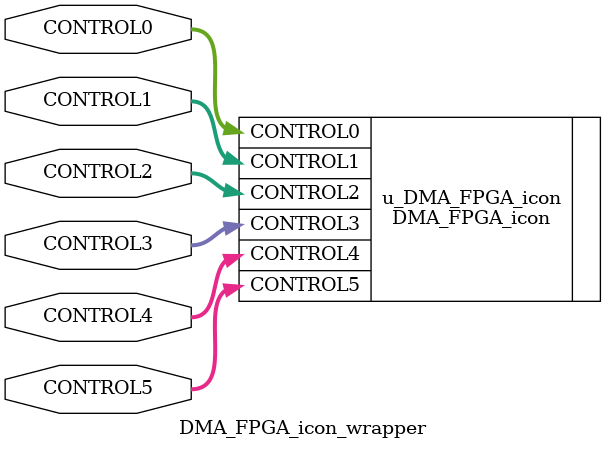
<source format=v>
`timescale 1ns / 1ps
module DMA_FPGA_icon_wrapper(
		inout [35:0] CONTROL0,
		inout [35:0] CONTROL1,
		inout [35:0] CONTROL2,
		inout [35:0] CONTROL3,
		inout [35:0] CONTROL4,
		inout [35:0] CONTROL5
    );

//`define SIMULATION_ONLY_X_G
`ifndef SIMULATION_ONLY_X_G    

DMA_FPGA_icon u_DMA_FPGA_icon (
    .CONTROL0(CONTROL0), // INOUT BUS [35:0]
    .CONTROL1(CONTROL1), // INOUT BUS [35:0]
    .CONTROL2(CONTROL2), // INOUT BUS [35:0]
    .CONTROL3(CONTROL3), // INOUT BUS [35:0]
	 .CONTROL4(CONTROL4),
	 .CONTROL5(CONTROL5)
);

`endif

endmodule

</source>
